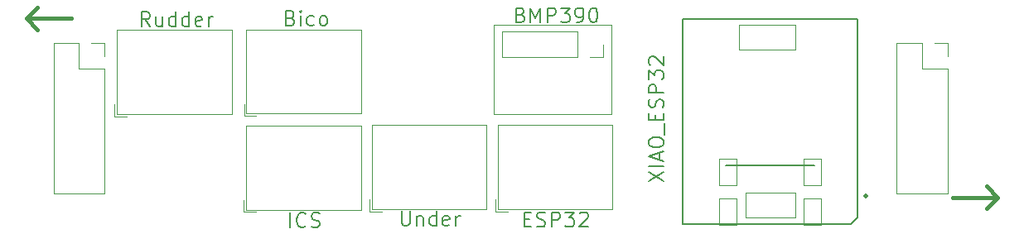
<source format=gbr>
%TF.GenerationSoftware,KiCad,Pcbnew,9.0.5*%
%TF.CreationDate,2025-11-06T16:02:27+09:00*%
%TF.ProjectId,________2,d6ecc3c9-dcfc-4c95-9f32-2e6b69636164,rev?*%
%TF.SameCoordinates,Original*%
%TF.FileFunction,Legend,Top*%
%TF.FilePolarity,Positive*%
%FSLAX46Y46*%
G04 Gerber Fmt 4.6, Leading zero omitted, Abs format (unit mm)*
G04 Created by KiCad (PCBNEW 9.0.5) date 2025-11-06 16:02:27*
%MOMM*%
%LPD*%
G01*
G04 APERTURE LIST*
%ADD10C,0.400000*%
%ADD11C,0.050000*%
%ADD12C,0.200000*%
%ADD13C,0.127000*%
%ADD14C,0.066040*%
%ADD15C,0.254000*%
%ADD16C,0.120000*%
G04 APERTURE END LIST*
D10*
X55418271Y-105340800D02*
X50846843Y-105340800D01*
X51989700Y-104197942D02*
X50846843Y-105340800D01*
X50846843Y-105340800D02*
X51989700Y-106483657D01*
D11*
X98630000Y-105970000D02*
X110610000Y-105970000D01*
X110610000Y-115140000D01*
X98630000Y-115140000D01*
X98630000Y-105970000D01*
D12*
X101748720Y-125880314D02*
X102248720Y-125880314D01*
X102463006Y-126666028D02*
X101748720Y-126666028D01*
X101748720Y-126666028D02*
X101748720Y-125166028D01*
X101748720Y-125166028D02*
X102463006Y-125166028D01*
X103034435Y-126594600D02*
X103248721Y-126666028D01*
X103248721Y-126666028D02*
X103605863Y-126666028D01*
X103605863Y-126666028D02*
X103748721Y-126594600D01*
X103748721Y-126594600D02*
X103820149Y-126523171D01*
X103820149Y-126523171D02*
X103891578Y-126380314D01*
X103891578Y-126380314D02*
X103891578Y-126237457D01*
X103891578Y-126237457D02*
X103820149Y-126094600D01*
X103820149Y-126094600D02*
X103748721Y-126023171D01*
X103748721Y-126023171D02*
X103605863Y-125951742D01*
X103605863Y-125951742D02*
X103320149Y-125880314D01*
X103320149Y-125880314D02*
X103177292Y-125808885D01*
X103177292Y-125808885D02*
X103105863Y-125737457D01*
X103105863Y-125737457D02*
X103034435Y-125594600D01*
X103034435Y-125594600D02*
X103034435Y-125451742D01*
X103034435Y-125451742D02*
X103105863Y-125308885D01*
X103105863Y-125308885D02*
X103177292Y-125237457D01*
X103177292Y-125237457D02*
X103320149Y-125166028D01*
X103320149Y-125166028D02*
X103677292Y-125166028D01*
X103677292Y-125166028D02*
X103891578Y-125237457D01*
X104534434Y-126666028D02*
X104534434Y-125166028D01*
X104534434Y-125166028D02*
X105105863Y-125166028D01*
X105105863Y-125166028D02*
X105248720Y-125237457D01*
X105248720Y-125237457D02*
X105320149Y-125308885D01*
X105320149Y-125308885D02*
X105391577Y-125451742D01*
X105391577Y-125451742D02*
X105391577Y-125666028D01*
X105391577Y-125666028D02*
X105320149Y-125808885D01*
X105320149Y-125808885D02*
X105248720Y-125880314D01*
X105248720Y-125880314D02*
X105105863Y-125951742D01*
X105105863Y-125951742D02*
X104534434Y-125951742D01*
X105891577Y-125166028D02*
X106820149Y-125166028D01*
X106820149Y-125166028D02*
X106320149Y-125737457D01*
X106320149Y-125737457D02*
X106534434Y-125737457D01*
X106534434Y-125737457D02*
X106677292Y-125808885D01*
X106677292Y-125808885D02*
X106748720Y-125880314D01*
X106748720Y-125880314D02*
X106820149Y-126023171D01*
X106820149Y-126023171D02*
X106820149Y-126380314D01*
X106820149Y-126380314D02*
X106748720Y-126523171D01*
X106748720Y-126523171D02*
X106677292Y-126594600D01*
X106677292Y-126594600D02*
X106534434Y-126666028D01*
X106534434Y-126666028D02*
X106105863Y-126666028D01*
X106105863Y-126666028D02*
X105963006Y-126594600D01*
X105963006Y-126594600D02*
X105891577Y-126523171D01*
X107391577Y-125308885D02*
X107463005Y-125237457D01*
X107463005Y-125237457D02*
X107605863Y-125166028D01*
X107605863Y-125166028D02*
X107963005Y-125166028D01*
X107963005Y-125166028D02*
X108105863Y-125237457D01*
X108105863Y-125237457D02*
X108177291Y-125308885D01*
X108177291Y-125308885D02*
X108248720Y-125451742D01*
X108248720Y-125451742D02*
X108248720Y-125594600D01*
X108248720Y-125594600D02*
X108177291Y-125808885D01*
X108177291Y-125808885D02*
X107320148Y-126666028D01*
X107320148Y-126666028D02*
X108248720Y-126666028D01*
X89188720Y-125056028D02*
X89188720Y-126270314D01*
X89188720Y-126270314D02*
X89260149Y-126413171D01*
X89260149Y-126413171D02*
X89331578Y-126484600D01*
X89331578Y-126484600D02*
X89474435Y-126556028D01*
X89474435Y-126556028D02*
X89760149Y-126556028D01*
X89760149Y-126556028D02*
X89903006Y-126484600D01*
X89903006Y-126484600D02*
X89974435Y-126413171D01*
X89974435Y-126413171D02*
X90045863Y-126270314D01*
X90045863Y-126270314D02*
X90045863Y-125056028D01*
X90760149Y-125556028D02*
X90760149Y-126556028D01*
X90760149Y-125698885D02*
X90831578Y-125627457D01*
X90831578Y-125627457D02*
X90974435Y-125556028D01*
X90974435Y-125556028D02*
X91188721Y-125556028D01*
X91188721Y-125556028D02*
X91331578Y-125627457D01*
X91331578Y-125627457D02*
X91403007Y-125770314D01*
X91403007Y-125770314D02*
X91403007Y-126556028D01*
X92760150Y-126556028D02*
X92760150Y-125056028D01*
X92760150Y-126484600D02*
X92617292Y-126556028D01*
X92617292Y-126556028D02*
X92331578Y-126556028D01*
X92331578Y-126556028D02*
X92188721Y-126484600D01*
X92188721Y-126484600D02*
X92117292Y-126413171D01*
X92117292Y-126413171D02*
X92045864Y-126270314D01*
X92045864Y-126270314D02*
X92045864Y-125841742D01*
X92045864Y-125841742D02*
X92117292Y-125698885D01*
X92117292Y-125698885D02*
X92188721Y-125627457D01*
X92188721Y-125627457D02*
X92331578Y-125556028D01*
X92331578Y-125556028D02*
X92617292Y-125556028D01*
X92617292Y-125556028D02*
X92760150Y-125627457D01*
X94045864Y-126484600D02*
X93903007Y-126556028D01*
X93903007Y-126556028D02*
X93617293Y-126556028D01*
X93617293Y-126556028D02*
X93474435Y-126484600D01*
X93474435Y-126484600D02*
X93403007Y-126341742D01*
X93403007Y-126341742D02*
X93403007Y-125770314D01*
X93403007Y-125770314D02*
X93474435Y-125627457D01*
X93474435Y-125627457D02*
X93617293Y-125556028D01*
X93617293Y-125556028D02*
X93903007Y-125556028D01*
X93903007Y-125556028D02*
X94045864Y-125627457D01*
X94045864Y-125627457D02*
X94117293Y-125770314D01*
X94117293Y-125770314D02*
X94117293Y-125913171D01*
X94117293Y-125913171D02*
X93403007Y-126056028D01*
X94760149Y-126556028D02*
X94760149Y-125556028D01*
X94760149Y-125841742D02*
X94831578Y-125698885D01*
X94831578Y-125698885D02*
X94903007Y-125627457D01*
X94903007Y-125627457D02*
X95045864Y-125556028D01*
X95045864Y-125556028D02*
X95188721Y-125556028D01*
X63465863Y-106136028D02*
X62965863Y-105421742D01*
X62608720Y-106136028D02*
X62608720Y-104636028D01*
X62608720Y-104636028D02*
X63180149Y-104636028D01*
X63180149Y-104636028D02*
X63323006Y-104707457D01*
X63323006Y-104707457D02*
X63394435Y-104778885D01*
X63394435Y-104778885D02*
X63465863Y-104921742D01*
X63465863Y-104921742D02*
X63465863Y-105136028D01*
X63465863Y-105136028D02*
X63394435Y-105278885D01*
X63394435Y-105278885D02*
X63323006Y-105350314D01*
X63323006Y-105350314D02*
X63180149Y-105421742D01*
X63180149Y-105421742D02*
X62608720Y-105421742D01*
X64751578Y-105136028D02*
X64751578Y-106136028D01*
X64108720Y-105136028D02*
X64108720Y-105921742D01*
X64108720Y-105921742D02*
X64180149Y-106064600D01*
X64180149Y-106064600D02*
X64323006Y-106136028D01*
X64323006Y-106136028D02*
X64537292Y-106136028D01*
X64537292Y-106136028D02*
X64680149Y-106064600D01*
X64680149Y-106064600D02*
X64751578Y-105993171D01*
X66108721Y-106136028D02*
X66108721Y-104636028D01*
X66108721Y-106064600D02*
X65965863Y-106136028D01*
X65965863Y-106136028D02*
X65680149Y-106136028D01*
X65680149Y-106136028D02*
X65537292Y-106064600D01*
X65537292Y-106064600D02*
X65465863Y-105993171D01*
X65465863Y-105993171D02*
X65394435Y-105850314D01*
X65394435Y-105850314D02*
X65394435Y-105421742D01*
X65394435Y-105421742D02*
X65465863Y-105278885D01*
X65465863Y-105278885D02*
X65537292Y-105207457D01*
X65537292Y-105207457D02*
X65680149Y-105136028D01*
X65680149Y-105136028D02*
X65965863Y-105136028D01*
X65965863Y-105136028D02*
X66108721Y-105207457D01*
X67465864Y-106136028D02*
X67465864Y-104636028D01*
X67465864Y-106064600D02*
X67323006Y-106136028D01*
X67323006Y-106136028D02*
X67037292Y-106136028D01*
X67037292Y-106136028D02*
X66894435Y-106064600D01*
X66894435Y-106064600D02*
X66823006Y-105993171D01*
X66823006Y-105993171D02*
X66751578Y-105850314D01*
X66751578Y-105850314D02*
X66751578Y-105421742D01*
X66751578Y-105421742D02*
X66823006Y-105278885D01*
X66823006Y-105278885D02*
X66894435Y-105207457D01*
X66894435Y-105207457D02*
X67037292Y-105136028D01*
X67037292Y-105136028D02*
X67323006Y-105136028D01*
X67323006Y-105136028D02*
X67465864Y-105207457D01*
X68751578Y-106064600D02*
X68608721Y-106136028D01*
X68608721Y-106136028D02*
X68323007Y-106136028D01*
X68323007Y-106136028D02*
X68180149Y-106064600D01*
X68180149Y-106064600D02*
X68108721Y-105921742D01*
X68108721Y-105921742D02*
X68108721Y-105350314D01*
X68108721Y-105350314D02*
X68180149Y-105207457D01*
X68180149Y-105207457D02*
X68323007Y-105136028D01*
X68323007Y-105136028D02*
X68608721Y-105136028D01*
X68608721Y-105136028D02*
X68751578Y-105207457D01*
X68751578Y-105207457D02*
X68823007Y-105350314D01*
X68823007Y-105350314D02*
X68823007Y-105493171D01*
X68823007Y-105493171D02*
X68108721Y-105636028D01*
X69465863Y-106136028D02*
X69465863Y-105136028D01*
X69465863Y-105421742D02*
X69537292Y-105278885D01*
X69537292Y-105278885D02*
X69608721Y-105207457D01*
X69608721Y-105207457D02*
X69751578Y-105136028D01*
X69751578Y-105136028D02*
X69894435Y-105136028D01*
X101368720Y-104960314D02*
X101583006Y-105031742D01*
X101583006Y-105031742D02*
X101654435Y-105103171D01*
X101654435Y-105103171D02*
X101725863Y-105246028D01*
X101725863Y-105246028D02*
X101725863Y-105460314D01*
X101725863Y-105460314D02*
X101654435Y-105603171D01*
X101654435Y-105603171D02*
X101583006Y-105674600D01*
X101583006Y-105674600D02*
X101440149Y-105746028D01*
X101440149Y-105746028D02*
X100868720Y-105746028D01*
X100868720Y-105746028D02*
X100868720Y-104246028D01*
X100868720Y-104246028D02*
X101368720Y-104246028D01*
X101368720Y-104246028D02*
X101511578Y-104317457D01*
X101511578Y-104317457D02*
X101583006Y-104388885D01*
X101583006Y-104388885D02*
X101654435Y-104531742D01*
X101654435Y-104531742D02*
X101654435Y-104674600D01*
X101654435Y-104674600D02*
X101583006Y-104817457D01*
X101583006Y-104817457D02*
X101511578Y-104888885D01*
X101511578Y-104888885D02*
X101368720Y-104960314D01*
X101368720Y-104960314D02*
X100868720Y-104960314D01*
X102368720Y-105746028D02*
X102368720Y-104246028D01*
X102368720Y-104246028D02*
X102868720Y-105317457D01*
X102868720Y-105317457D02*
X103368720Y-104246028D01*
X103368720Y-104246028D02*
X103368720Y-105746028D01*
X104083006Y-105746028D02*
X104083006Y-104246028D01*
X104083006Y-104246028D02*
X104654435Y-104246028D01*
X104654435Y-104246028D02*
X104797292Y-104317457D01*
X104797292Y-104317457D02*
X104868721Y-104388885D01*
X104868721Y-104388885D02*
X104940149Y-104531742D01*
X104940149Y-104531742D02*
X104940149Y-104746028D01*
X104940149Y-104746028D02*
X104868721Y-104888885D01*
X104868721Y-104888885D02*
X104797292Y-104960314D01*
X104797292Y-104960314D02*
X104654435Y-105031742D01*
X104654435Y-105031742D02*
X104083006Y-105031742D01*
X105440149Y-104246028D02*
X106368721Y-104246028D01*
X106368721Y-104246028D02*
X105868721Y-104817457D01*
X105868721Y-104817457D02*
X106083006Y-104817457D01*
X106083006Y-104817457D02*
X106225864Y-104888885D01*
X106225864Y-104888885D02*
X106297292Y-104960314D01*
X106297292Y-104960314D02*
X106368721Y-105103171D01*
X106368721Y-105103171D02*
X106368721Y-105460314D01*
X106368721Y-105460314D02*
X106297292Y-105603171D01*
X106297292Y-105603171D02*
X106225864Y-105674600D01*
X106225864Y-105674600D02*
X106083006Y-105746028D01*
X106083006Y-105746028D02*
X105654435Y-105746028D01*
X105654435Y-105746028D02*
X105511578Y-105674600D01*
X105511578Y-105674600D02*
X105440149Y-105603171D01*
X107083006Y-105746028D02*
X107368720Y-105746028D01*
X107368720Y-105746028D02*
X107511577Y-105674600D01*
X107511577Y-105674600D02*
X107583006Y-105603171D01*
X107583006Y-105603171D02*
X107725863Y-105388885D01*
X107725863Y-105388885D02*
X107797292Y-105103171D01*
X107797292Y-105103171D02*
X107797292Y-104531742D01*
X107797292Y-104531742D02*
X107725863Y-104388885D01*
X107725863Y-104388885D02*
X107654435Y-104317457D01*
X107654435Y-104317457D02*
X107511577Y-104246028D01*
X107511577Y-104246028D02*
X107225863Y-104246028D01*
X107225863Y-104246028D02*
X107083006Y-104317457D01*
X107083006Y-104317457D02*
X107011577Y-104388885D01*
X107011577Y-104388885D02*
X106940149Y-104531742D01*
X106940149Y-104531742D02*
X106940149Y-104888885D01*
X106940149Y-104888885D02*
X107011577Y-105031742D01*
X107011577Y-105031742D02*
X107083006Y-105103171D01*
X107083006Y-105103171D02*
X107225863Y-105174600D01*
X107225863Y-105174600D02*
X107511577Y-105174600D01*
X107511577Y-105174600D02*
X107654435Y-105103171D01*
X107654435Y-105103171D02*
X107725863Y-105031742D01*
X107725863Y-105031742D02*
X107797292Y-104888885D01*
X108725863Y-104246028D02*
X108868720Y-104246028D01*
X108868720Y-104246028D02*
X109011577Y-104317457D01*
X109011577Y-104317457D02*
X109083006Y-104388885D01*
X109083006Y-104388885D02*
X109154434Y-104531742D01*
X109154434Y-104531742D02*
X109225863Y-104817457D01*
X109225863Y-104817457D02*
X109225863Y-105174600D01*
X109225863Y-105174600D02*
X109154434Y-105460314D01*
X109154434Y-105460314D02*
X109083006Y-105603171D01*
X109083006Y-105603171D02*
X109011577Y-105674600D01*
X109011577Y-105674600D02*
X108868720Y-105746028D01*
X108868720Y-105746028D02*
X108725863Y-105746028D01*
X108725863Y-105746028D02*
X108583006Y-105674600D01*
X108583006Y-105674600D02*
X108511577Y-105603171D01*
X108511577Y-105603171D02*
X108440148Y-105460314D01*
X108440148Y-105460314D02*
X108368720Y-105174600D01*
X108368720Y-105174600D02*
X108368720Y-104817457D01*
X108368720Y-104817457D02*
X108440148Y-104531742D01*
X108440148Y-104531742D02*
X108511577Y-104388885D01*
X108511577Y-104388885D02*
X108583006Y-104317457D01*
X108583006Y-104317457D02*
X108725863Y-104246028D01*
X114446028Y-122014136D02*
X115946028Y-121014136D01*
X114446028Y-121014136D02*
X115946028Y-122014136D01*
X115946028Y-120442708D02*
X114446028Y-120442708D01*
X115517457Y-119799850D02*
X115517457Y-119085565D01*
X115946028Y-119942707D02*
X114446028Y-119442707D01*
X114446028Y-119442707D02*
X115946028Y-118942707D01*
X114446028Y-118156993D02*
X114446028Y-117871279D01*
X114446028Y-117871279D02*
X114517457Y-117728422D01*
X114517457Y-117728422D02*
X114660314Y-117585565D01*
X114660314Y-117585565D02*
X114946028Y-117514136D01*
X114946028Y-117514136D02*
X115446028Y-117514136D01*
X115446028Y-117514136D02*
X115731742Y-117585565D01*
X115731742Y-117585565D02*
X115874600Y-117728422D01*
X115874600Y-117728422D02*
X115946028Y-117871279D01*
X115946028Y-117871279D02*
X115946028Y-118156993D01*
X115946028Y-118156993D02*
X115874600Y-118299851D01*
X115874600Y-118299851D02*
X115731742Y-118442708D01*
X115731742Y-118442708D02*
X115446028Y-118514136D01*
X115446028Y-118514136D02*
X114946028Y-118514136D01*
X114946028Y-118514136D02*
X114660314Y-118442708D01*
X114660314Y-118442708D02*
X114517457Y-118299851D01*
X114517457Y-118299851D02*
X114446028Y-118156993D01*
X116088885Y-117228422D02*
X116088885Y-116085564D01*
X115160314Y-115728422D02*
X115160314Y-115228422D01*
X115946028Y-115014136D02*
X115946028Y-115728422D01*
X115946028Y-115728422D02*
X114446028Y-115728422D01*
X114446028Y-115728422D02*
X114446028Y-115014136D01*
X115874600Y-114442707D02*
X115946028Y-114228422D01*
X115946028Y-114228422D02*
X115946028Y-113871279D01*
X115946028Y-113871279D02*
X115874600Y-113728422D01*
X115874600Y-113728422D02*
X115803171Y-113656993D01*
X115803171Y-113656993D02*
X115660314Y-113585564D01*
X115660314Y-113585564D02*
X115517457Y-113585564D01*
X115517457Y-113585564D02*
X115374600Y-113656993D01*
X115374600Y-113656993D02*
X115303171Y-113728422D01*
X115303171Y-113728422D02*
X115231742Y-113871279D01*
X115231742Y-113871279D02*
X115160314Y-114156993D01*
X115160314Y-114156993D02*
X115088885Y-114299850D01*
X115088885Y-114299850D02*
X115017457Y-114371279D01*
X115017457Y-114371279D02*
X114874600Y-114442707D01*
X114874600Y-114442707D02*
X114731742Y-114442707D01*
X114731742Y-114442707D02*
X114588885Y-114371279D01*
X114588885Y-114371279D02*
X114517457Y-114299850D01*
X114517457Y-114299850D02*
X114446028Y-114156993D01*
X114446028Y-114156993D02*
X114446028Y-113799850D01*
X114446028Y-113799850D02*
X114517457Y-113585564D01*
X115946028Y-112942708D02*
X114446028Y-112942708D01*
X114446028Y-112942708D02*
X114446028Y-112371279D01*
X114446028Y-112371279D02*
X114517457Y-112228422D01*
X114517457Y-112228422D02*
X114588885Y-112156993D01*
X114588885Y-112156993D02*
X114731742Y-112085565D01*
X114731742Y-112085565D02*
X114946028Y-112085565D01*
X114946028Y-112085565D02*
X115088885Y-112156993D01*
X115088885Y-112156993D02*
X115160314Y-112228422D01*
X115160314Y-112228422D02*
X115231742Y-112371279D01*
X115231742Y-112371279D02*
X115231742Y-112942708D01*
X114446028Y-111585565D02*
X114446028Y-110656993D01*
X114446028Y-110656993D02*
X115017457Y-111156993D01*
X115017457Y-111156993D02*
X115017457Y-110942708D01*
X115017457Y-110942708D02*
X115088885Y-110799851D01*
X115088885Y-110799851D02*
X115160314Y-110728422D01*
X115160314Y-110728422D02*
X115303171Y-110656993D01*
X115303171Y-110656993D02*
X115660314Y-110656993D01*
X115660314Y-110656993D02*
X115803171Y-110728422D01*
X115803171Y-110728422D02*
X115874600Y-110799851D01*
X115874600Y-110799851D02*
X115946028Y-110942708D01*
X115946028Y-110942708D02*
X115946028Y-111371279D01*
X115946028Y-111371279D02*
X115874600Y-111514136D01*
X115874600Y-111514136D02*
X115803171Y-111585565D01*
X114588885Y-110085565D02*
X114517457Y-110014137D01*
X114517457Y-110014137D02*
X114446028Y-109871280D01*
X114446028Y-109871280D02*
X114446028Y-109514137D01*
X114446028Y-109514137D02*
X114517457Y-109371280D01*
X114517457Y-109371280D02*
X114588885Y-109299851D01*
X114588885Y-109299851D02*
X114731742Y-109228422D01*
X114731742Y-109228422D02*
X114874600Y-109228422D01*
X114874600Y-109228422D02*
X115088885Y-109299851D01*
X115088885Y-109299851D02*
X115946028Y-110156994D01*
X115946028Y-110156994D02*
X115946028Y-109228422D01*
X77828720Y-126726028D02*
X77828720Y-125226028D01*
X79400149Y-126583171D02*
X79328721Y-126654600D01*
X79328721Y-126654600D02*
X79114435Y-126726028D01*
X79114435Y-126726028D02*
X78971578Y-126726028D01*
X78971578Y-126726028D02*
X78757292Y-126654600D01*
X78757292Y-126654600D02*
X78614435Y-126511742D01*
X78614435Y-126511742D02*
X78543006Y-126368885D01*
X78543006Y-126368885D02*
X78471578Y-126083171D01*
X78471578Y-126083171D02*
X78471578Y-125868885D01*
X78471578Y-125868885D02*
X78543006Y-125583171D01*
X78543006Y-125583171D02*
X78614435Y-125440314D01*
X78614435Y-125440314D02*
X78757292Y-125297457D01*
X78757292Y-125297457D02*
X78971578Y-125226028D01*
X78971578Y-125226028D02*
X79114435Y-125226028D01*
X79114435Y-125226028D02*
X79328721Y-125297457D01*
X79328721Y-125297457D02*
X79400149Y-125368885D01*
X79971578Y-126654600D02*
X80185864Y-126726028D01*
X80185864Y-126726028D02*
X80543006Y-126726028D01*
X80543006Y-126726028D02*
X80685864Y-126654600D01*
X80685864Y-126654600D02*
X80757292Y-126583171D01*
X80757292Y-126583171D02*
X80828721Y-126440314D01*
X80828721Y-126440314D02*
X80828721Y-126297457D01*
X80828721Y-126297457D02*
X80757292Y-126154600D01*
X80757292Y-126154600D02*
X80685864Y-126083171D01*
X80685864Y-126083171D02*
X80543006Y-126011742D01*
X80543006Y-126011742D02*
X80257292Y-125940314D01*
X80257292Y-125940314D02*
X80114435Y-125868885D01*
X80114435Y-125868885D02*
X80043006Y-125797457D01*
X80043006Y-125797457D02*
X79971578Y-125654600D01*
X79971578Y-125654600D02*
X79971578Y-125511742D01*
X79971578Y-125511742D02*
X80043006Y-125368885D01*
X80043006Y-125368885D02*
X80114435Y-125297457D01*
X80114435Y-125297457D02*
X80257292Y-125226028D01*
X80257292Y-125226028D02*
X80614435Y-125226028D01*
X80614435Y-125226028D02*
X80828721Y-125297457D01*
X77878720Y-105290314D02*
X78093006Y-105361742D01*
X78093006Y-105361742D02*
X78164435Y-105433171D01*
X78164435Y-105433171D02*
X78235863Y-105576028D01*
X78235863Y-105576028D02*
X78235863Y-105790314D01*
X78235863Y-105790314D02*
X78164435Y-105933171D01*
X78164435Y-105933171D02*
X78093006Y-106004600D01*
X78093006Y-106004600D02*
X77950149Y-106076028D01*
X77950149Y-106076028D02*
X77378720Y-106076028D01*
X77378720Y-106076028D02*
X77378720Y-104576028D01*
X77378720Y-104576028D02*
X77878720Y-104576028D01*
X77878720Y-104576028D02*
X78021578Y-104647457D01*
X78021578Y-104647457D02*
X78093006Y-104718885D01*
X78093006Y-104718885D02*
X78164435Y-104861742D01*
X78164435Y-104861742D02*
X78164435Y-105004600D01*
X78164435Y-105004600D02*
X78093006Y-105147457D01*
X78093006Y-105147457D02*
X78021578Y-105218885D01*
X78021578Y-105218885D02*
X77878720Y-105290314D01*
X77878720Y-105290314D02*
X77378720Y-105290314D01*
X78878720Y-106076028D02*
X78878720Y-105076028D01*
X78878720Y-104576028D02*
X78807292Y-104647457D01*
X78807292Y-104647457D02*
X78878720Y-104718885D01*
X78878720Y-104718885D02*
X78950149Y-104647457D01*
X78950149Y-104647457D02*
X78878720Y-104576028D01*
X78878720Y-104576028D02*
X78878720Y-104718885D01*
X80235864Y-106004600D02*
X80093006Y-106076028D01*
X80093006Y-106076028D02*
X79807292Y-106076028D01*
X79807292Y-106076028D02*
X79664435Y-106004600D01*
X79664435Y-106004600D02*
X79593006Y-105933171D01*
X79593006Y-105933171D02*
X79521578Y-105790314D01*
X79521578Y-105790314D02*
X79521578Y-105361742D01*
X79521578Y-105361742D02*
X79593006Y-105218885D01*
X79593006Y-105218885D02*
X79664435Y-105147457D01*
X79664435Y-105147457D02*
X79807292Y-105076028D01*
X79807292Y-105076028D02*
X80093006Y-105076028D01*
X80093006Y-105076028D02*
X80235864Y-105147457D01*
X81093006Y-106076028D02*
X80950149Y-106004600D01*
X80950149Y-106004600D02*
X80878720Y-105933171D01*
X80878720Y-105933171D02*
X80807292Y-105790314D01*
X80807292Y-105790314D02*
X80807292Y-105361742D01*
X80807292Y-105361742D02*
X80878720Y-105218885D01*
X80878720Y-105218885D02*
X80950149Y-105147457D01*
X80950149Y-105147457D02*
X81093006Y-105076028D01*
X81093006Y-105076028D02*
X81307292Y-105076028D01*
X81307292Y-105076028D02*
X81450149Y-105147457D01*
X81450149Y-105147457D02*
X81521578Y-105218885D01*
X81521578Y-105218885D02*
X81593006Y-105361742D01*
X81593006Y-105361742D02*
X81593006Y-105790314D01*
X81593006Y-105790314D02*
X81521578Y-105933171D01*
X81521578Y-105933171D02*
X81450149Y-106004600D01*
X81450149Y-106004600D02*
X81307292Y-106076028D01*
X81307292Y-106076028D02*
X81093006Y-106076028D01*
D10*
X145561728Y-123639200D02*
X150133157Y-123639200D01*
X148990299Y-124782057D02*
X150133157Y-123639200D01*
X150133157Y-123639200D02*
X148990299Y-122496342D01*
D13*
%TO.C,U6*%
X117955340Y-105342180D02*
X117955340Y-126340360D01*
X117955340Y-126340360D02*
X135082560Y-126340360D01*
D14*
X121656120Y-119690640D02*
X121656120Y-122360180D01*
X121656120Y-123757180D02*
X121656120Y-126424180D01*
D13*
X122359700Y-120412000D02*
X131358920Y-120412000D01*
D14*
X123434120Y-119690640D02*
X121656120Y-119690640D01*
X123434120Y-119690640D02*
X123434120Y-122360180D01*
X123434120Y-122360180D02*
X121656120Y-122360180D01*
X123434120Y-123757180D02*
X121656120Y-123757180D01*
X123434120Y-123757180D02*
X123434120Y-126424180D01*
X123434120Y-126424180D02*
X121656120Y-126424180D01*
X123688120Y-105977180D02*
X123688120Y-108517180D01*
X124323120Y-123122180D02*
X124323120Y-125662180D01*
X129403120Y-105977180D02*
X123688120Y-105977180D01*
X129403120Y-105977180D02*
X129403120Y-108517180D01*
X129403120Y-108517180D02*
X123688120Y-108517180D01*
X129403120Y-123122180D02*
X124323120Y-123122180D01*
X129403120Y-123122180D02*
X129403120Y-125662180D01*
X129403120Y-125662180D02*
X124323120Y-125662180D01*
X130292120Y-119690640D02*
X130292120Y-122360180D01*
X130292120Y-123757180D02*
X130292120Y-126424180D01*
X132070120Y-119690640D02*
X130292120Y-119690640D01*
X132070120Y-119690640D02*
X132070120Y-122360180D01*
X132070120Y-122360180D02*
X130292120Y-122360180D01*
X132070120Y-123757180D02*
X130292120Y-123757180D01*
X132070120Y-123757180D02*
X132070120Y-126424180D01*
X132070120Y-126424180D02*
X130292120Y-126424180D01*
D13*
X135082560Y-126340360D02*
X135753120Y-125669800D01*
X135753120Y-105342180D02*
X117955340Y-105342180D01*
X135753120Y-125669800D02*
X135753120Y-105342180D01*
D15*
X136769120Y-123503180D02*
G75*
G02*
X136515120Y-123503180I-127000J0D01*
G01*
X136515120Y-123503180D02*
G75*
G02*
X136769120Y-123503180I127000J0D01*
G01*
D16*
%TO.C,U1*%
X73079000Y-123910000D02*
X73079000Y-125150000D01*
X73079000Y-125150000D02*
X74319000Y-125150000D01*
X73319000Y-116290000D02*
X73319000Y-124910000D01*
X73319000Y-116290000D02*
X85040000Y-116290000D01*
X73319000Y-124910000D02*
X85040000Y-124910000D01*
X85040000Y-116290000D02*
X85040000Y-124910000D01*
%TO.C,U4*%
X59872000Y-114107500D02*
X59872000Y-115347500D01*
X59872000Y-115347500D02*
X61112000Y-115347500D01*
X60112000Y-106487500D02*
X60112000Y-115107500D01*
X60112000Y-106487500D02*
X71833000Y-106487500D01*
X60112000Y-115107500D02*
X71833000Y-115107500D01*
X71833000Y-106487500D02*
X71833000Y-115107500D01*
%TO.C,U3*%
X98779000Y-123880000D02*
X98779000Y-125120000D01*
X98779000Y-125120000D02*
X100019000Y-125120000D01*
X99019000Y-116260000D02*
X99019000Y-124880000D01*
X99019000Y-116260000D02*
X110740000Y-116260000D01*
X99019000Y-124880000D02*
X110740000Y-124880000D01*
X110740000Y-116260000D02*
X110740000Y-124880000D01*
%TO.C,J6*%
X139780000Y-107850000D02*
X139780000Y-123210000D01*
X139780000Y-107850000D02*
X142380000Y-107850000D01*
X139780000Y-123210000D02*
X144980000Y-123210000D01*
X142380000Y-107850000D02*
X142380000Y-110450000D01*
X142380000Y-110450000D02*
X144980000Y-110450000D01*
X143650000Y-107850000D02*
X144980000Y-107850000D01*
X144980000Y-107850000D02*
X144980000Y-109180000D01*
X144980000Y-110450000D02*
X144980000Y-123210000D01*
%TO.C,U2*%
X73092000Y-114077500D02*
X73092000Y-115317500D01*
X73092000Y-115317500D02*
X74332000Y-115317500D01*
X73332000Y-106457500D02*
X73332000Y-115077500D01*
X73332000Y-106457500D02*
X85053000Y-106457500D01*
X73332000Y-115077500D02*
X85053000Y-115077500D01*
X85053000Y-106457500D02*
X85053000Y-115077500D01*
%TO.C,J1*%
X53620000Y-107850000D02*
X53620000Y-123210000D01*
X53620000Y-107850000D02*
X56220000Y-107850000D01*
X53620000Y-123210000D02*
X58820000Y-123210000D01*
X56220000Y-107850000D02*
X56220000Y-110450000D01*
X56220000Y-110450000D02*
X58820000Y-110450000D01*
X57490000Y-107850000D02*
X58820000Y-107850000D01*
X58820000Y-107850000D02*
X58820000Y-109180000D01*
X58820000Y-110450000D02*
X58820000Y-123210000D01*
%TO.C,J2*%
X99470000Y-106655000D02*
X99470000Y-109315000D01*
X107150000Y-106655000D02*
X99470000Y-106655000D01*
X107150000Y-106655000D02*
X107150000Y-109315000D01*
X107150000Y-109315000D02*
X99470000Y-109315000D01*
X109750000Y-107985000D02*
X109750000Y-109315000D01*
X109750000Y-109315000D02*
X108420000Y-109315000D01*
%TO.C,U5*%
X85929000Y-123860000D02*
X85929000Y-125100000D01*
X85929000Y-125100000D02*
X87169000Y-125100000D01*
X86169000Y-116240000D02*
X86169000Y-124860000D01*
X86169000Y-116240000D02*
X97890000Y-116240000D01*
X86169000Y-124860000D02*
X97890000Y-124860000D01*
X97890000Y-116240000D02*
X97890000Y-124860000D01*
%TD*%
M02*

</source>
